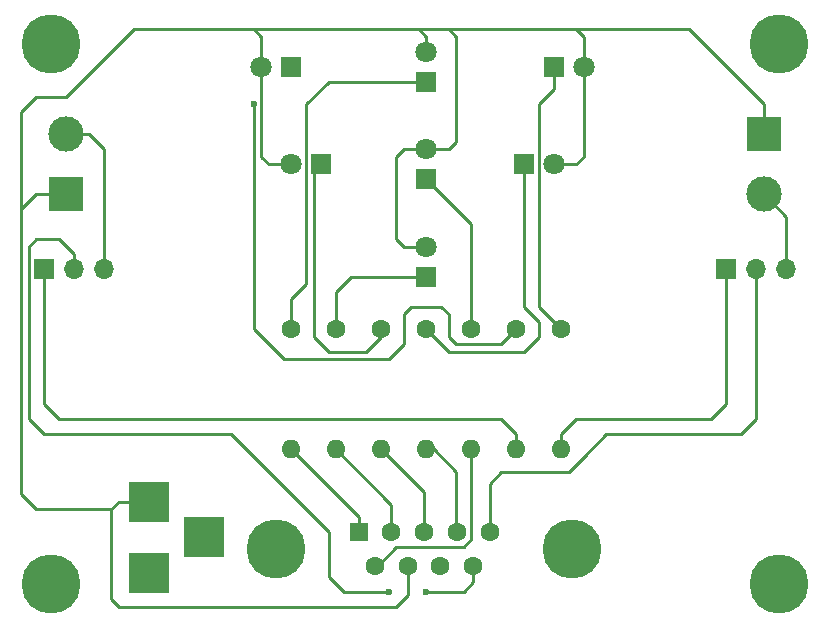
<source format=gtl>
G04 #@! TF.FileFunction,Copper,L1,Top,Signal*
%FSLAX46Y46*%
G04 Gerber Fmt 4.6, Leading zero omitted, Abs format (unit mm)*
G04 Created by KiCad (PCBNEW 4.0.7) date 11/06/18 17:06:44*
%MOMM*%
%LPD*%
G01*
G04 APERTURE LIST*
%ADD10C,0.100000*%
%ADD11R,1.800000X1.800000*%
%ADD12C,1.800000*%
%ADD13R,1.600000X1.600000*%
%ADD14C,1.600000*%
%ADD15C,5.000000*%
%ADD16R,3.500000X3.500000*%
%ADD17O,1.600000X1.600000*%
%ADD18R,1.700000X1.700000*%
%ADD19O,1.700000X1.700000*%
%ADD20R,3.000000X3.000000*%
%ADD21C,3.000000*%
%ADD22C,0.600000*%
%ADD23C,0.250000*%
G04 APERTURE END LIST*
D10*
D11*
X128270000Y-69215000D03*
D12*
X128270000Y-66675000D03*
D11*
X128270000Y-85725000D03*
D12*
X128270000Y-83185000D03*
D11*
X119380000Y-76200000D03*
D12*
X116840000Y-76200000D03*
D11*
X136525000Y-76200000D03*
D12*
X139065000Y-76200000D03*
D11*
X128270000Y-77470000D03*
D12*
X128270000Y-74930000D03*
D11*
X116840000Y-67945000D03*
D12*
X114300000Y-67945000D03*
D11*
X139065000Y-67945000D03*
D12*
X141605000Y-67945000D03*
D13*
X122555000Y-107315000D03*
D14*
X125325000Y-107315000D03*
X128095000Y-107315000D03*
X130865000Y-107315000D03*
X133635000Y-107315000D03*
X123940000Y-110155000D03*
X126710000Y-110155000D03*
X129480000Y-110155000D03*
X132250000Y-110155000D03*
D15*
X140595000Y-108735000D03*
X115595000Y-108735000D03*
D16*
X104775000Y-104775000D03*
X104775000Y-110775000D03*
X109475000Y-107775000D03*
D15*
X96520000Y-66040000D03*
X158115000Y-66040000D03*
X158115000Y-111760000D03*
X96520000Y-111760000D03*
D14*
X116840000Y-90170000D03*
D17*
X116840000Y-100330000D03*
D14*
X120650000Y-90170000D03*
D17*
X120650000Y-100330000D03*
D14*
X124460000Y-90170000D03*
D17*
X124460000Y-100330000D03*
D14*
X128270000Y-90170000D03*
D17*
X128270000Y-100330000D03*
D14*
X132080000Y-90170000D03*
D17*
X132080000Y-100330000D03*
D14*
X135890000Y-90170000D03*
D17*
X135890000Y-100330000D03*
D14*
X139700000Y-90170000D03*
D17*
X139700000Y-100330000D03*
D18*
X95885000Y-85090000D03*
D19*
X98425000Y-85090000D03*
X100965000Y-85090000D03*
D18*
X153670000Y-85090000D03*
D19*
X156210000Y-85090000D03*
X158750000Y-85090000D03*
D20*
X97790000Y-78740000D03*
D21*
X97790000Y-73660000D03*
D20*
X156845000Y-73660000D03*
D21*
X156845000Y-78740000D03*
D22*
X113665000Y-71120000D03*
X125095000Y-112395000D03*
X128270000Y-112395000D03*
D23*
X116840000Y-90170000D02*
X116840000Y-87630000D01*
X120015000Y-69215000D02*
X128270000Y-69215000D01*
X118110000Y-71120000D02*
X120015000Y-69215000D01*
X118110000Y-86360000D02*
X118110000Y-71120000D01*
X116840000Y-87630000D02*
X118110000Y-86360000D01*
X130810000Y-67945000D02*
X130810000Y-65405000D01*
X130810000Y-65405000D02*
X130175000Y-64770000D01*
X130175000Y-74930000D02*
X128270000Y-74930000D01*
X130810000Y-74295000D02*
X130175000Y-74930000D01*
X130810000Y-67945000D02*
X130810000Y-74295000D01*
X125730000Y-81915000D02*
X125730000Y-82550000D01*
X126365000Y-83185000D02*
X127000000Y-83185000D01*
X125730000Y-82550000D02*
X126365000Y-83185000D01*
X141605000Y-74930000D02*
X141605000Y-75565000D01*
X140970000Y-76200000D02*
X140335000Y-76200000D01*
X141605000Y-75565000D02*
X140970000Y-76200000D01*
X114300000Y-73660000D02*
X114300000Y-75565000D01*
X114935000Y-76200000D02*
X116840000Y-76200000D01*
X114300000Y-75565000D02*
X114935000Y-76200000D01*
X114300000Y-67945000D02*
X114300000Y-65405000D01*
X114300000Y-65405000D02*
X113665000Y-64770000D01*
X128270000Y-66675000D02*
X128270000Y-65405000D01*
X128270000Y-65405000D02*
X127635000Y-64770000D01*
X141605000Y-67945000D02*
X141605000Y-65405000D01*
X141605000Y-65405000D02*
X140970000Y-64770000D01*
X100330000Y-67945000D02*
X103505000Y-64770000D01*
X103505000Y-64770000D02*
X113665000Y-64770000D01*
X113665000Y-64770000D02*
X127635000Y-64770000D01*
X127635000Y-64770000D02*
X130175000Y-64770000D01*
X130175000Y-64770000D02*
X140970000Y-64770000D01*
X150495000Y-64770000D02*
X151765000Y-66040000D01*
X151765000Y-66040000D02*
X156845000Y-71120000D01*
X156845000Y-71120000D02*
X156845000Y-73660000D01*
X140970000Y-64770000D02*
X150495000Y-64770000D01*
X128270000Y-74930000D02*
X126365000Y-74930000D01*
X125730000Y-75565000D02*
X125730000Y-77470000D01*
X126365000Y-74930000D02*
X125730000Y-75565000D01*
X128270000Y-83185000D02*
X127000000Y-83185000D01*
X125730000Y-81915000D02*
X125730000Y-77470000D01*
X114300000Y-67945000D02*
X114300000Y-73660000D01*
X128270000Y-74930000D02*
X128905000Y-74930000D01*
X141605000Y-67945000D02*
X141605000Y-74930000D01*
X140335000Y-76200000D02*
X139065000Y-76200000D01*
X141605000Y-67945000D02*
X141605000Y-67310000D01*
X114300000Y-67945000D02*
X114300000Y-67310000D01*
X97790000Y-70485000D02*
X100330000Y-67945000D01*
X93980000Y-71755000D02*
X95250000Y-70485000D01*
X95250000Y-70485000D02*
X97790000Y-70485000D01*
X93980000Y-80010000D02*
X93980000Y-71755000D01*
X97790000Y-78740000D02*
X95250000Y-78740000D01*
X95250000Y-105410000D02*
X101600000Y-105410000D01*
X93980000Y-104140000D02*
X95250000Y-105410000D01*
X93980000Y-80010000D02*
X93980000Y-104140000D01*
X95250000Y-78740000D02*
X93980000Y-80010000D01*
X104775000Y-104775000D02*
X102235000Y-104775000D01*
X126710000Y-112685000D02*
X126710000Y-110155000D01*
X125730000Y-113665000D02*
X126710000Y-112685000D01*
X102235000Y-113665000D02*
X125730000Y-113665000D01*
X101600000Y-113030000D02*
X102235000Y-113665000D01*
X101600000Y-105410000D02*
X101600000Y-113030000D01*
X102235000Y-104775000D02*
X101600000Y-105410000D01*
X120650000Y-90170000D02*
X120650000Y-86995000D01*
X121920000Y-85725000D02*
X128270000Y-85725000D01*
X120650000Y-86995000D02*
X121920000Y-85725000D01*
X124460000Y-90170000D02*
X124460000Y-90805000D01*
X124460000Y-90805000D02*
X123190000Y-92075000D01*
X123190000Y-92075000D02*
X120015000Y-92075000D01*
X120015000Y-92075000D02*
X118745000Y-90805000D01*
X118745000Y-90805000D02*
X118745000Y-76835000D01*
X118745000Y-76835000D02*
X119380000Y-76200000D01*
X128270000Y-90170000D02*
X130175000Y-92075000D01*
X136525000Y-88265000D02*
X136525000Y-76200000D01*
X137795000Y-89535000D02*
X136525000Y-88265000D01*
X137795000Y-90805000D02*
X137795000Y-89535000D01*
X136525000Y-92075000D02*
X137795000Y-90805000D01*
X130175000Y-92075000D02*
X136525000Y-92075000D01*
X132080000Y-90170000D02*
X132080000Y-81280000D01*
X132080000Y-81280000D02*
X128270000Y-77470000D01*
X135890000Y-90170000D02*
X134620000Y-91440000D01*
X113665000Y-90170000D02*
X113665000Y-71120000D01*
X116205000Y-92710000D02*
X113665000Y-90170000D01*
X125095000Y-92710000D02*
X116205000Y-92710000D01*
X126365000Y-91440000D02*
X125095000Y-92710000D01*
X126365000Y-88900000D02*
X126365000Y-91440000D01*
X127000000Y-88265000D02*
X126365000Y-88900000D01*
X129540000Y-88265000D02*
X127000000Y-88265000D01*
X130175000Y-88900000D02*
X129540000Y-88265000D01*
X130175000Y-90805000D02*
X130175000Y-88900000D01*
X130810000Y-91440000D02*
X130175000Y-90805000D01*
X134620000Y-91440000D02*
X130810000Y-91440000D01*
X139065000Y-67945000D02*
X139065000Y-69850000D01*
X137795000Y-88265000D02*
X139700000Y-90170000D01*
X137795000Y-71120000D02*
X137795000Y-88265000D01*
X139065000Y-69850000D02*
X137795000Y-71120000D01*
X122555000Y-106045000D02*
X116840000Y-100330000D01*
X122555000Y-107315000D02*
X122555000Y-106045000D01*
X125325000Y-106275000D02*
X125325000Y-105005000D01*
X125325000Y-105005000D02*
X120650000Y-100330000D01*
X125325000Y-106275000D02*
X125325000Y-107315000D01*
X128095000Y-105410000D02*
X128095000Y-103965000D01*
X128095000Y-103965000D02*
X124460000Y-100330000D01*
X128095000Y-105410000D02*
X128095000Y-107315000D01*
X130810000Y-105410000D02*
X130810000Y-102235000D01*
X130810000Y-102235000D02*
X128905000Y-100330000D01*
X128905000Y-100330000D02*
X128270000Y-100330000D01*
X130810000Y-105410000D02*
X130810000Y-107260000D01*
X130810000Y-107260000D02*
X130865000Y-107315000D01*
X143510000Y-99060000D02*
X141605000Y-100965000D01*
X133635000Y-106045000D02*
X133635000Y-105760000D01*
X133635000Y-106045000D02*
X133635000Y-107315000D01*
X133635000Y-103220000D02*
X134620000Y-102235000D01*
X134620000Y-102235000D02*
X140335000Y-102235000D01*
X140335000Y-102235000D02*
X141605000Y-100965000D01*
X133635000Y-105760000D02*
X133635000Y-103220000D01*
X156210000Y-97790000D02*
X154940000Y-99060000D01*
X154940000Y-99060000D02*
X143510000Y-99060000D01*
X156210000Y-97790000D02*
X156210000Y-85090000D01*
X132080000Y-100330000D02*
X132080000Y-102870000D01*
X132080000Y-107950000D02*
X132080000Y-102870000D01*
X131445000Y-108585000D02*
X132080000Y-107950000D01*
X125730000Y-108585000D02*
X131445000Y-108585000D01*
X125730000Y-108585000D02*
X124160000Y-110155000D01*
X123940000Y-110155000D02*
X124160000Y-110155000D01*
X98425000Y-85090000D02*
X98425000Y-83820000D01*
X95885000Y-99060000D02*
X100330000Y-99060000D01*
X94615000Y-97790000D02*
X95885000Y-99060000D01*
X94615000Y-83185000D02*
X94615000Y-97790000D01*
X95250000Y-82550000D02*
X94615000Y-83185000D01*
X97155000Y-82550000D02*
X95250000Y-82550000D01*
X98425000Y-83820000D02*
X97155000Y-82550000D01*
X132250000Y-110155000D02*
X132250000Y-111590000D01*
X111760000Y-99060000D02*
X100330000Y-99060000D01*
X120015000Y-107315000D02*
X111760000Y-99060000D01*
X120015000Y-111125000D02*
X120015000Y-107315000D01*
X121285000Y-112395000D02*
X120015000Y-111125000D01*
X125095000Y-112395000D02*
X121285000Y-112395000D01*
X131445000Y-112395000D02*
X128270000Y-112395000D01*
X132250000Y-111590000D02*
X131445000Y-112395000D01*
X97790000Y-73660000D02*
X99695000Y-73660000D01*
X100965000Y-74930000D02*
X100965000Y-85090000D01*
X99695000Y-73660000D02*
X100965000Y-74930000D01*
X158750000Y-85090000D02*
X158750000Y-80645000D01*
X158750000Y-80645000D02*
X156845000Y-78740000D01*
X135890000Y-100330000D02*
X135890000Y-99060000D01*
X95885000Y-96520000D02*
X95885000Y-85090000D01*
X97155000Y-97790000D02*
X95885000Y-96520000D01*
X134620000Y-97790000D02*
X97155000Y-97790000D01*
X135890000Y-99060000D02*
X134620000Y-97790000D01*
X139700000Y-100330000D02*
X139700000Y-99060000D01*
X152400000Y-97790000D02*
X153670000Y-96520000D01*
X140970000Y-97790000D02*
X152400000Y-97790000D01*
X139700000Y-99060000D02*
X140970000Y-97790000D01*
X153670000Y-96520000D02*
X153670000Y-85090000D01*
M02*

</source>
